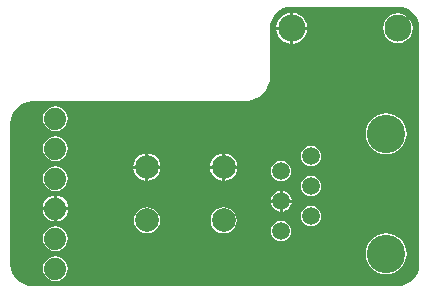
<source format=gbl>
G04*
G04 #@! TF.GenerationSoftware,Altium Limited,CircuitStudio,1.5.2 (30)*
G04*
G04 Layer_Physical_Order=2*
G04 Layer_Color=12500520*
%FSLAX25Y25*%
%MOIN*%
G70*
G01*
G75*
%ADD14C,0.09055*%
%ADD15C,0.07874*%
%ADD16C,0.12795*%
%ADD17C,0.05906*%
%ADD18C,0.07400*%
G36*
X523622Y487485D02*
X525021Y487347D01*
X526366Y486939D01*
X527605Y486276D01*
X528692Y485385D01*
X529583Y484298D01*
X530246Y483059D01*
X530654Y481714D01*
X530792Y480315D01*
X530794D01*
Y401575D01*
X530792D01*
X530654Y400176D01*
X530246Y398831D01*
X529583Y397592D01*
X528692Y396505D01*
X527605Y395614D01*
X526366Y394951D01*
X525021Y394543D01*
X523622Y394405D01*
Y394403D01*
X401575D01*
Y394405D01*
X400176Y394543D01*
X398831Y394951D01*
X397592Y395614D01*
X396505Y396505D01*
X395614Y397592D01*
X394951Y398831D01*
X394543Y400176D01*
X394405Y401575D01*
X394403D01*
Y448819D01*
X394405D01*
X394543Y450218D01*
X394951Y451563D01*
X395614Y452802D01*
X396505Y453889D01*
X397592Y454780D01*
X398831Y455443D01*
X400176Y455851D01*
X401575Y455989D01*
Y455990D01*
X472441D01*
X472441Y455990D01*
Y455963D01*
X474120Y456128D01*
X475734Y456617D01*
X477221Y457413D01*
X478525Y458483D01*
X479595Y459787D01*
X480390Y461274D01*
X480880Y462888D01*
X481045Y464567D01*
X481017D01*
X481017Y464567D01*
Y480315D01*
X481019D01*
X481157Y481714D01*
X481565Y483059D01*
X482228Y484298D01*
X483119Y485385D01*
X484206Y486276D01*
X485445Y486939D01*
X486790Y487347D01*
X488189Y487485D01*
Y487487D01*
X523622D01*
Y487485D01*
D02*
G37*
%LPC*%
G36*
X408949Y424459D02*
X408329Y424377D01*
X407285Y423945D01*
X406389Y423257D01*
X405701Y422361D01*
X405269Y421317D01*
X405187Y420697D01*
X408949D01*
Y424459D01*
D02*
G37*
G36*
X484185Y422197D02*
X481177D01*
X481233Y421772D01*
X481590Y420910D01*
X482158Y420170D01*
X482898Y419602D01*
X483760Y419245D01*
X484185Y419189D01*
Y422197D01*
D02*
G37*
G36*
X488193D02*
X485185D01*
Y419189D01*
X485610Y419245D01*
X486472Y419602D01*
X487212Y420170D01*
X487780Y420910D01*
X488137Y421772D01*
X488193Y422197D01*
D02*
G37*
G36*
X409949Y424459D02*
Y420697D01*
X413711D01*
X413629Y421317D01*
X413197Y422361D01*
X412509Y423257D01*
X411613Y423945D01*
X410569Y424377D01*
X409949Y424459D01*
D02*
G37*
G36*
X494685Y431072D02*
X493811Y430957D01*
X492997Y430620D01*
X492298Y430084D01*
X491762Y429385D01*
X491425Y428570D01*
X491310Y427697D01*
X491425Y426823D01*
X491762Y426009D01*
X492298Y425310D01*
X492997Y424774D01*
X493811Y424437D01*
X494685Y424322D01*
X495559Y424437D01*
X496373Y424774D01*
X497072Y425310D01*
X497608Y426009D01*
X497945Y426823D01*
X498060Y427697D01*
X497945Y428570D01*
X497608Y429385D01*
X497072Y430084D01*
X496373Y430620D01*
X495559Y430957D01*
X494685Y431072D01*
D02*
G37*
G36*
X409449Y434326D02*
X408380Y434185D01*
X407384Y433773D01*
X406529Y433116D01*
X405873Y432261D01*
X405461Y431265D01*
X405320Y430197D01*
X405461Y429128D01*
X405873Y428132D01*
X406529Y427277D01*
X407384Y426621D01*
X408380Y426208D01*
X409449Y426068D01*
X410518Y426208D01*
X411513Y426621D01*
X412368Y427277D01*
X413025Y428132D01*
X413437Y429128D01*
X413578Y430197D01*
X413437Y431265D01*
X413025Y432261D01*
X412368Y433116D01*
X411513Y433773D01*
X410518Y434185D01*
X409449Y434326D01*
D02*
G37*
G36*
X484185Y426205D02*
X483760Y426149D01*
X482898Y425792D01*
X482158Y425224D01*
X481590Y424484D01*
X481233Y423622D01*
X481177Y423197D01*
X484185D01*
Y426205D01*
D02*
G37*
G36*
X485185Y426205D02*
Y423197D01*
X488193D01*
X488137Y423622D01*
X487780Y424484D01*
X487212Y425224D01*
X486472Y425792D01*
X485610Y426149D01*
X485185Y426205D01*
D02*
G37*
G36*
X413711Y419697D02*
X409949D01*
Y415935D01*
X410569Y416017D01*
X411613Y416449D01*
X412509Y417137D01*
X413197Y418033D01*
X413629Y419077D01*
X413711Y419697D01*
D02*
G37*
G36*
X409449Y414326D02*
X408380Y414185D01*
X407384Y413773D01*
X406529Y413117D01*
X405873Y412261D01*
X405461Y411266D01*
X405320Y410197D01*
X405461Y409128D01*
X405873Y408132D01*
X406529Y407277D01*
X407384Y406621D01*
X408380Y406209D01*
X409449Y406068D01*
X410518Y406209D01*
X411513Y406621D01*
X412368Y407277D01*
X413025Y408132D01*
X413437Y409128D01*
X413578Y410197D01*
X413437Y411266D01*
X413025Y412261D01*
X412368Y413117D01*
X411513Y413773D01*
X410518Y414185D01*
X409449Y414326D01*
D02*
G37*
G36*
X484685Y416072D02*
X483811Y415957D01*
X482997Y415620D01*
X482298Y415084D01*
X481762Y414385D01*
X481425Y413570D01*
X481310Y412697D01*
X481425Y411823D01*
X481762Y411009D01*
X482298Y410310D01*
X482997Y409774D01*
X483811Y409437D01*
X484685Y409321D01*
X485559Y409437D01*
X486373Y409774D01*
X487072Y410310D01*
X487608Y411009D01*
X487945Y411823D01*
X488060Y412697D01*
X487945Y413570D01*
X487608Y414385D01*
X487072Y415084D01*
X486373Y415620D01*
X485559Y415957D01*
X484685Y416072D01*
D02*
G37*
G36*
X409449Y404326D02*
X408380Y404185D01*
X407384Y403773D01*
X406529Y403117D01*
X405873Y402261D01*
X405461Y401265D01*
X405320Y400197D01*
X405461Y399128D01*
X405873Y398132D01*
X406529Y397277D01*
X407384Y396621D01*
X408380Y396209D01*
X409449Y396068D01*
X410518Y396209D01*
X411513Y396621D01*
X412368Y397277D01*
X413025Y398132D01*
X413437Y399128D01*
X413578Y400197D01*
X413437Y401265D01*
X413025Y402261D01*
X412368Y403117D01*
X411513Y403773D01*
X410518Y404185D01*
X409449Y404326D01*
D02*
G37*
G36*
X519685Y412021D02*
X518354Y411890D01*
X517073Y411502D01*
X515894Y410871D01*
X514860Y410022D01*
X514011Y408988D01*
X513380Y407808D01*
X512992Y406528D01*
X512861Y405197D01*
X512992Y403865D01*
X513380Y402585D01*
X514011Y401405D01*
X514860Y400371D01*
X515894Y399523D01*
X517073Y398892D01*
X518354Y398504D01*
X519685Y398373D01*
X521016Y398504D01*
X522296Y398892D01*
X523476Y399523D01*
X524510Y400371D01*
X525359Y401405D01*
X525990Y402585D01*
X526378Y403865D01*
X526509Y405197D01*
X526378Y406528D01*
X525990Y407808D01*
X525359Y408988D01*
X524510Y410022D01*
X523476Y410871D01*
X522296Y411502D01*
X521016Y411890D01*
X519685Y412021D01*
D02*
G37*
G36*
X494685Y421072D02*
X493811Y420957D01*
X492997Y420620D01*
X492298Y420084D01*
X491762Y419384D01*
X491425Y418570D01*
X491310Y417697D01*
X491425Y416823D01*
X491762Y416009D01*
X492298Y415310D01*
X492997Y414774D01*
X493811Y414436D01*
X494685Y414322D01*
X495559Y414436D01*
X496373Y414774D01*
X497072Y415310D01*
X497608Y416009D01*
X497945Y416823D01*
X498060Y417697D01*
X497945Y418570D01*
X497608Y419384D01*
X497072Y420084D01*
X496373Y420620D01*
X495559Y420957D01*
X494685Y421072D01*
D02*
G37*
G36*
X408949Y419697D02*
X405187D01*
X405269Y419077D01*
X405701Y418033D01*
X406389Y417137D01*
X407285Y416449D01*
X408329Y416017D01*
X408949Y415935D01*
Y419697D01*
D02*
G37*
G36*
X439961Y420707D02*
X438830Y420558D01*
X437777Y420121D01*
X436872Y419427D01*
X436178Y418523D01*
X435741Y417469D01*
X435593Y416339D01*
X435741Y415208D01*
X436178Y414154D01*
X436872Y413250D01*
X437777Y412556D01*
X438830Y412119D01*
X439961Y411971D01*
X441091Y412119D01*
X442145Y412556D01*
X443049Y413250D01*
X443744Y414154D01*
X444180Y415208D01*
X444329Y416339D01*
X444180Y417469D01*
X443744Y418523D01*
X443049Y419427D01*
X442145Y420121D01*
X441091Y420558D01*
X439961Y420707D01*
D02*
G37*
G36*
X465551D02*
X464421Y420558D01*
X463367Y420121D01*
X462463Y419427D01*
X461768Y418523D01*
X461332Y417469D01*
X461183Y416339D01*
X461332Y415208D01*
X461768Y414154D01*
X462463Y413250D01*
X463367Y412556D01*
X464421Y412119D01*
X465551Y411971D01*
X466682Y412119D01*
X467735Y412556D01*
X468640Y413250D01*
X469334Y414154D01*
X469770Y415208D01*
X469919Y416339D01*
X469770Y417469D01*
X469334Y418523D01*
X468640Y419427D01*
X467735Y420121D01*
X466682Y420558D01*
X465551Y420707D01*
D02*
G37*
G36*
X484685Y436072D02*
X483811Y435957D01*
X482997Y435620D01*
X482298Y435084D01*
X481762Y434384D01*
X481425Y433570D01*
X481310Y432697D01*
X481425Y431823D01*
X481762Y431009D01*
X482298Y430310D01*
X482997Y429774D01*
X483811Y429436D01*
X484685Y429321D01*
X485559Y429436D01*
X486373Y429774D01*
X487072Y430310D01*
X487608Y431009D01*
X487945Y431823D01*
X488060Y432697D01*
X487945Y433570D01*
X487608Y434384D01*
X487072Y435084D01*
X486373Y435620D01*
X485559Y435957D01*
X484685Y436072D01*
D02*
G37*
G36*
X409449Y454326D02*
X408380Y454185D01*
X407384Y453773D01*
X406529Y453117D01*
X405873Y452261D01*
X405461Y451265D01*
X405320Y450197D01*
X405461Y449128D01*
X405873Y448132D01*
X406529Y447277D01*
X407384Y446621D01*
X408380Y446208D01*
X409449Y446068D01*
X410518Y446208D01*
X411513Y446621D01*
X412368Y447277D01*
X413025Y448132D01*
X413437Y449128D01*
X413578Y450197D01*
X413437Y451265D01*
X413025Y452261D01*
X412368Y453117D01*
X411513Y453773D01*
X410518Y454185D01*
X409449Y454326D01*
D02*
G37*
G36*
X487689Y479815D02*
X483092D01*
X483203Y478979D01*
X483718Y477734D01*
X484539Y476665D01*
X485608Y475844D01*
X486853Y475329D01*
X487689Y475218D01*
Y479815D01*
D02*
G37*
G36*
X409449Y444326D02*
X408380Y444185D01*
X407384Y443773D01*
X406529Y443117D01*
X405873Y442261D01*
X405461Y441265D01*
X405320Y440197D01*
X405461Y439128D01*
X405873Y438132D01*
X406529Y437277D01*
X407384Y436621D01*
X408380Y436208D01*
X409449Y436068D01*
X410518Y436208D01*
X411513Y436621D01*
X412368Y437277D01*
X413025Y438132D01*
X413437Y439128D01*
X413578Y440197D01*
X413437Y441265D01*
X413025Y442261D01*
X412368Y443117D01*
X411513Y443773D01*
X410518Y444185D01*
X409449Y444326D01*
D02*
G37*
G36*
X519685Y452021D02*
X518354Y451890D01*
X517073Y451502D01*
X515894Y450871D01*
X514860Y450022D01*
X514011Y448988D01*
X513380Y447808D01*
X512992Y446528D01*
X512861Y445197D01*
X512992Y443865D01*
X513380Y442585D01*
X514011Y441405D01*
X514860Y440371D01*
X515894Y439523D01*
X517073Y438892D01*
X518354Y438504D01*
X519685Y438373D01*
X521016Y438504D01*
X522296Y438892D01*
X523476Y439523D01*
X524510Y440371D01*
X525359Y441405D01*
X525990Y442585D01*
X526378Y443865D01*
X526509Y445197D01*
X526378Y446528D01*
X525990Y447808D01*
X525359Y448988D01*
X524510Y450022D01*
X523476Y450871D01*
X522296Y451502D01*
X521016Y451890D01*
X519685Y452021D01*
D02*
G37*
G36*
X487689Y485411D02*
X486853Y485301D01*
X485608Y484786D01*
X484539Y483965D01*
X483718Y482896D01*
X483203Y481651D01*
X483092Y480815D01*
X487689D01*
Y485411D01*
D02*
G37*
G36*
X488689D02*
Y480815D01*
X493285D01*
X493175Y481651D01*
X492660Y482896D01*
X491839Y483965D01*
X490770Y484786D01*
X489525Y485301D01*
X488689Y485411D01*
D02*
G37*
G36*
X493285Y479815D02*
X488689D01*
Y475218D01*
X489525Y475329D01*
X490770Y475844D01*
X491839Y476665D01*
X492660Y477734D01*
X493175Y478979D01*
X493285Y479815D01*
D02*
G37*
G36*
X523622Y485279D02*
X522337Y485110D01*
X521140Y484614D01*
X520112Y483825D01*
X519323Y482797D01*
X518827Y481600D01*
X518658Y480315D01*
X518827Y479030D01*
X519323Y477833D01*
X520112Y476805D01*
X521140Y476016D01*
X522337Y475520D01*
X523622Y475351D01*
X524907Y475520D01*
X526104Y476016D01*
X527132Y476805D01*
X527921Y477833D01*
X528417Y479030D01*
X528586Y480315D01*
X528417Y481600D01*
X527921Y482797D01*
X527132Y483825D01*
X526104Y484614D01*
X524907Y485110D01*
X523622Y485279D01*
D02*
G37*
G36*
X466051Y438556D02*
Y434555D01*
X470052D01*
X469962Y435237D01*
X469506Y436338D01*
X468780Y437284D01*
X467835Y438010D01*
X466733Y438466D01*
X466051Y438556D01*
D02*
G37*
G36*
X465051Y433555D02*
X461050D01*
X461140Y432873D01*
X461596Y431772D01*
X462322Y430826D01*
X463268Y430100D01*
X464369Y429644D01*
X465051Y429554D01*
Y433555D01*
D02*
G37*
G36*
X470052D02*
X466051D01*
Y429554D01*
X466733Y429644D01*
X467835Y430100D01*
X468780Y430826D01*
X469506Y431772D01*
X469962Y432873D01*
X470052Y433555D01*
D02*
G37*
G36*
X439461D02*
X435460D01*
X435550Y432873D01*
X436006Y431772D01*
X436731Y430826D01*
X437677Y430100D01*
X438779Y429644D01*
X439461Y429554D01*
Y433555D01*
D02*
G37*
G36*
X444461D02*
X440461D01*
Y429554D01*
X441143Y429644D01*
X442244Y430100D01*
X443190Y430826D01*
X443915Y431772D01*
X444372Y432873D01*
X444461Y433555D01*
D02*
G37*
G36*
X440461Y438556D02*
Y434555D01*
X444461D01*
X444372Y435237D01*
X443915Y436338D01*
X443190Y437284D01*
X442244Y438010D01*
X441143Y438466D01*
X440461Y438556D01*
D02*
G37*
G36*
X465051D02*
X464369Y438466D01*
X463268Y438010D01*
X462322Y437284D01*
X461596Y436338D01*
X461140Y435237D01*
X461050Y434555D01*
X465051D01*
Y438556D01*
D02*
G37*
G36*
X494685Y441072D02*
X493811Y440957D01*
X492997Y440620D01*
X492298Y440084D01*
X491762Y439385D01*
X491425Y438570D01*
X491310Y437697D01*
X491425Y436823D01*
X491762Y436009D01*
X492298Y435310D01*
X492997Y434774D01*
X493811Y434437D01*
X494685Y434321D01*
X495559Y434437D01*
X496373Y434774D01*
X497072Y435310D01*
X497608Y436009D01*
X497945Y436823D01*
X498060Y437697D01*
X497945Y438570D01*
X497608Y439385D01*
X497072Y440084D01*
X496373Y440620D01*
X495559Y440957D01*
X494685Y441072D01*
D02*
G37*
G36*
X439461Y438556D02*
X438779Y438466D01*
X437677Y438010D01*
X436731Y437284D01*
X436006Y436338D01*
X435550Y435237D01*
X435460Y434555D01*
X439461D01*
Y438556D01*
D02*
G37*
%LPD*%
D14*
X523622Y480315D02*
D03*
X488189D02*
D03*
D15*
X439961Y434055D02*
D03*
X465551D02*
D03*
Y416339D02*
D03*
X439961D02*
D03*
D16*
X519685Y445197D02*
D03*
Y405197D02*
D03*
D17*
X494685Y437697D02*
D03*
X484685Y432697D02*
D03*
X494685Y427697D02*
D03*
X484685Y422697D02*
D03*
X494685Y417697D02*
D03*
X484685Y412697D02*
D03*
D18*
X409449Y400197D02*
D03*
Y410197D02*
D03*
Y420197D02*
D03*
Y430197D02*
D03*
Y440197D02*
D03*
Y450197D02*
D03*
M02*

</source>
